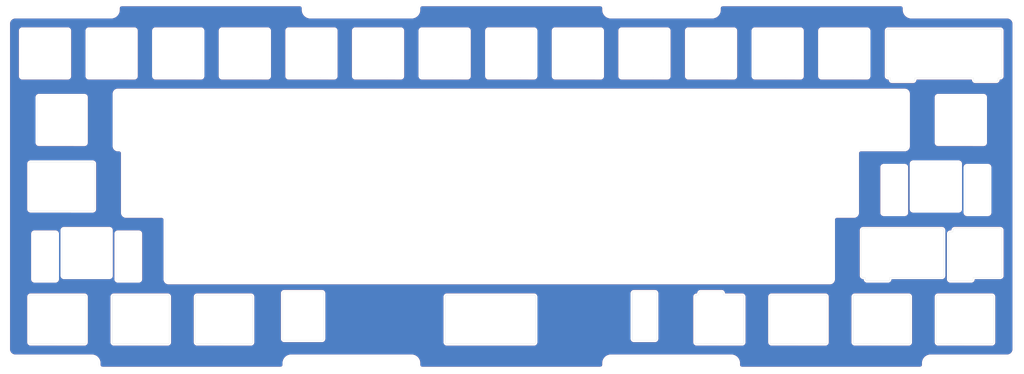
<source format=kicad_pcb>
(kicad_pcb (version 20200518) (host pcbnew "(5.99.0-1913-g40250c427)")
  (layers (0 "F.Cu" signal) (31 "B.Cu" signal) (34 "B.Paste" user) (35 "F.Paste" user) (36 "B.SilkS" user) (37 "F.SilkS" user) (38 "B.Mask" user) (39 "F.Mask" user) (44 "Edge.Cuts" user))
  (net 0 "")
  (module "acheron_MX_PlateSlots:MX150" (layer "F.Cu") (at 282.59425 64.35)
    (fp_text reference "REF**")
    (fp_text value "MX150")
    (fp_arc (start 6.5 6.5) (end 6.5 7) (angle -90) (layer "Edge.Cuts") (width 0.010007))
    (fp_line (start -7 -6.5) (end -7 6.490924) (layer "Edge.Cuts") (width 0.010007))
    (fp_arc (start 6.5 -6.5) (end 7 -6.5) (angle -90) (layer "Edge.Cuts") (width 0.010007))
    (fp_arc (start -6.5 -6.5) (end -6.5 -7) (angle -90) (layer "Edge.Cuts") (width 0.010007))
    (fp_line (start -6.5 6.990924) (end 6.5 7) (layer "Edge.Cuts") (width 0.010007))
    (fp_arc (start -6.5 6.490924) (end -7 6.490924) (angle -90) (layer "Edge.Cuts") (width 0.010007))
    (fp_line (start -6.5 -7) (end 6.5 -7) (layer "Edge.Cuts") (width 0.010007))
    (fp_line (start 7 -6.5) (end 7 6.5) (layer "Edge.Cuts") (width 0.010007))
  )
  (module "acheron_MX_PlateSlots:MX225" (layer "F.Cu") (at 275.4505 83.4)
    (fp_text reference "REF**")
    (fp_text value "MX225")
    (fp_line (start -7 -6.5) (end -7 6.5) (layer "Edge.Cuts") (width 0.010007))
    (fp_arc (start 6.5 -6.5) (end 7 -6.5) (angle -90) (layer "Edge.Cuts") (width 0.010007))
    (fp_arc (start -6.5 -6.5) (end -6.5 -7) (angle -90) (layer "Edge.Cuts") (width 0.010007))
    (fp_line (start -6.5 7) (end 6.5 7) (layer "Edge.Cuts") (width 0.010007))
    (fp_arc (start -6.5 6.5) (end -7 6.5) (angle -90) (layer "Edge.Cuts") (width 0.010007))
    (fp_line (start -6.5 -7) (end 6.5 -7) (layer "Edge.Cuts") (width 0.010007))
    (fp_arc (start 6.499672 6.500007) (end 6.499672 7.000007) (angle -90) (layer "Edge.Cuts") (width 0.010007))
    (fp_line (start 8.90625 -5.999992) (end 14.90625 -5.999992) (layer "Edge.Cuts") (width 0.010007))
    (fp_line (start 8.90625 8.000008) (end 14.90625 8.000008) (layer "Edge.Cuts") (width 0.010007))
    (fp_arc (start 14.90625 7.500008) (end 14.90625 8.000008) (angle -90) (layer "Edge.Cuts") (width 0.010007))
    (fp_line (start -14.90625 -6) (end -8.90625 -5.999992) (layer "Edge.Cuts") (width 0.010007))
    (fp_line (start -14.90625 8.000008) (end -8.90625 8.000008) (layer "Edge.Cuts") (width 0.010007))
    (fp_line (start -15.40625 -5.499992) (end -15.40625 7.500008) (layer "Edge.Cuts") (width 0.010007))
    (fp_line (start -8.40625 -5.499992) (end -8.40625 7.5) (layer "Edge.Cuts") (width 0.010007))
    (fp_line (start 8.40625 -5.499992) (end 8.40625 7.5) (layer "Edge.Cuts") (width 0.010007))
    (fp_line (start 15.40625 -5.499992) (end 15.40625 7.500008) (layer "Edge.Cuts") (width 0.010007))
    (fp_arc (start 8.90625 -5.5) (end 8.90625 -6) (angle -90) (layer "Edge.Cuts") (width 0.010007))
    (fp_arc (start 14.90625 -5.5) (end 15.40625 -5.5) (angle -90) (layer "Edge.Cuts") (width 0.010007))
    (fp_arc (start 8.90625 7.500008) (end 8.40625 7.500008) (angle -90) (layer "Edge.Cuts") (width 0.010007))
    (fp_arc (start -14.90625 -5.5) (end -14.90625 -6) (angle -90) (layer "Edge.Cuts") (width 0.010007))
    (fp_arc (start -8.90625 -5.5) (end -8.40625 -5.5) (angle -90) (layer "Edge.Cuts") (width 0.010007))
    (fp_arc (start -14.90625 7.500008) (end -15.40625 7.500008) (angle -90) (layer "Edge.Cuts") (width 0.010007))
    (fp_arc (start -8.90625 7.500008) (end -8.90625 8.000008) (angle -90) (layer "Edge.Cuts") (width 0.010007))
    (fp_line (start 6.999672 -6.499992) (end 6.999672 6.500007) (layer "Edge.Cuts") (width 0.010007))
  )
  (module "acheron_MX_PlateSlots:MX225" (layer "F.Cu") (at 32.563 102.45)
    (fp_text reference "REF**")
    (fp_text value "MX225")
    (fp_line (start 6.999672 -6.499992) (end 6.999672 6.500007) (layer "Edge.Cuts") (width 0.010007))
    (fp_arc (start -8.90625 7.500008) (end -8.90625 8.000008) (angle -90) (layer "Edge.Cuts") (width 0.010007))
    (fp_arc (start -14.90625 7.500008) (end -15.40625 7.500008) (angle -90) (layer "Edge.Cuts") (width 0.010007))
    (fp_arc (start -8.90625 -5.5) (end -8.40625 -5.5) (angle -90) (layer "Edge.Cuts") (width 0.010007))
    (fp_arc (start -14.90625 -5.5) (end -14.90625 -6) (angle -90) (layer "Edge.Cuts") (width 0.010007))
    (fp_arc (start 8.90625 7.500008) (end 8.40625 7.500008) (angle -90) (layer "Edge.Cuts") (width 0.010007))
    (fp_arc (start 14.90625 -5.5) (end 15.40625 -5.5) (angle -90) (layer "Edge.Cuts") (width 0.010007))
    (fp_arc (start 8.90625 -5.5) (end 8.90625 -6) (angle -90) (layer "Edge.Cuts") (width 0.010007))
    (fp_line (start 15.40625 -5.499992) (end 15.40625 7.500008) (layer "Edge.Cuts") (width 0.010007))
    (fp_line (start 8.40625 -5.499992) (end 8.40625 7.5) (layer "Edge.Cuts") (width 0.010007))
    (fp_line (start -8.40625 -5.499992) (end -8.40625 7.5) (layer "Edge.Cuts") (width 0.010007))
    (fp_line (start -15.40625 -5.499992) (end -15.40625 7.500008) (layer "Edge.Cuts") (width 0.010007))
    (fp_line (start -14.90625 8.000008) (end -8.90625 8.000008) (layer "Edge.Cuts") (width 0.010007))
    (fp_line (start -14.90625 -6) (end -8.90625 -5.999992) (layer "Edge.Cuts") (width 0.010007))
    (fp_arc (start 14.90625 7.500008) (end 14.90625 8.000008) (angle -90) (layer "Edge.Cuts") (width 0.010007))
    (fp_line (start 8.90625 8.000008) (end 14.90625 8.000008) (layer "Edge.Cuts") (width 0.010007))
    (fp_line (start 8.90625 -5.999992) (end 14.90625 -5.999992) (layer "Edge.Cuts") (width 0.010007))
    (fp_arc (start 6.499672 6.500007) (end 6.499672 7.000007) (angle -90) (layer "Edge.Cuts") (width 0.010007))
    (fp_line (start -6.5 -7) (end 6.5 -7) (layer "Edge.Cuts") (width 0.010007))
    (fp_arc (start -6.5 6.5) (end -7 6.5) (angle -90) (layer "Edge.Cuts") (width 0.010007))
    (fp_line (start -6.5 7) (end 6.5 7) (layer "Edge.Cuts") (width 0.010007))
    (fp_arc (start -6.5 -6.5) (end -6.5 -7) (angle -90) (layer "Edge.Cuts") (width 0.010007))
    (fp_arc (start 6.5 -6.5) (end 7 -6.5) (angle -90) (layer "Edge.Cuts") (width 0.010007))
    (fp_line (start -7 -6.5) (end -7 6.5) (layer "Edge.Cuts") (width 0.010007))
  )
  (module "acheron_MX_PlateSlots:MX150" (layer "F.Cu") (at 25.41925 64.35)
    (fp_text reference "REF**")
    (fp_text value "MX150")
    (fp_line (start 7 -6.5) (end 7 6.5) (layer "Edge.Cuts") (width 0.010007))
    (fp_line (start -6.5 -7) (end 6.5 -7) (layer "Edge.Cuts") (width 0.010007))
    (fp_arc (start -6.5 6.490924) (end -7 6.490924) (angle -90) (layer "Edge.Cuts") (width 0.010007))
    (fp_line (start -6.5 6.990924) (end 6.5 7) (layer "Edge.Cuts") (width 0.010007))
    (fp_arc (start -6.5 -6.5) (end -6.5 -7) (angle -90) (layer "Edge.Cuts") (width 0.010007))
    (fp_arc (start 6.5 -6.5) (end 7 -6.5) (angle -90) (layer "Edge.Cuts") (width 0.010007))
    (fp_line (start -7 -6.5) (end -7 6.490924) (layer "Edge.Cuts") (width 0.010007))
    (fp_arc (start 6.5 6.5) (end 6.5 7) (angle -90) (layer "Edge.Cuts") (width 0.010007))
  )
  (module "acheron_MX_PlateSlots:MX100" (layer "F.Cu") (at 249.25675 45.3)
    (fp_text reference "REF**")
    (fp_text value "MX100")
    (fp_arc (start 6.5 6.5) (end 6.5 7) (angle -90) (layer "Edge.Cuts") (width 0.010007))
    (fp_line (start -7 -6.5) (end -7 6.490924) (layer "Edge.Cuts") (width 0.010007))
    (fp_arc (start 6.5 -6.5) (end 7 -6.5) (angle -90) (layer "Edge.Cuts") (width 0.010007))
    (fp_arc (start -6.5 -6.5) (end -6.5 -7) (angle -90) (layer "Edge.Cuts") (width 0.010007))
    (fp_line (start -6.5 6.990924) (end 6.5 7) (layer "Edge.Cuts") (width 0.010007))
    (fp_arc (start -6.5 6.490924) (end -7 6.490924) (angle -90) (layer "Edge.Cuts") (width 0.010007))
    (fp_line (start -6.5 -7) (end 6.5 -7) (layer "Edge.Cuts") (width 0.010007))
    (fp_line (start 7 -6.5) (end 7 6.5) (layer "Edge.Cuts") (width 0.010007))
  )
  (module "acheron_MX_PlateSlots:MX100" (layer "F.Cu") (at 230.20675 45.3)
    (fp_text reference "REF**")
    (fp_text value "MX100")
    (fp_line (start 7 -6.5) (end 7 6.5) (layer "Edge.Cuts") (width 0.010007))
    (fp_line (start -6.5 -7) (end 6.5 -7) (layer "Edge.Cuts") (width 0.010007))
    (fp_arc (start -6.5 6.490924) (end -7 6.490924) (angle -90) (layer "Edge.Cuts") (width 0.010007))
    (fp_line (start -6.5 6.990924) (end 6.5 7) (layer "Edge.Cuts") (width 0.010007))
    (fp_arc (start -6.5 -6.5) (end -6.5 -7) (angle -90) (layer "Edge.Cuts") (width 0.010007))
    (fp_arc (start 6.5 -6.5) (end 7 -6.5) (angle -90) (layer "Edge.Cuts") (width 0.010007))
    (fp_line (start -7 -6.5) (end -7 6.490924) (layer "Edge.Cuts") (width 0.010007))
    (fp_arc (start 6.5 6.5) (end 6.5 7) (angle -90) (layer "Edge.Cuts") (width 0.010007))
  )
  (module "acheron_MX_PlateSlots:MX100" (layer "F.Cu") (at 173.05675 45.3)
    (fp_text reference "REF**")
    (fp_text value "MX100")
    (fp_line (start 7 -6.5) (end 7 6.5) (layer "Edge.Cuts") (width 0.010007))
    (fp_line (start -6.5 -7) (end 6.5 -7) (layer "Edge.Cuts") (width 0.010007))
    (fp_arc (start -6.5 6.490924) (end -7 6.490924) (angle -90) (layer "Edge.Cuts") (width 0.010007))
    (fp_line (start -6.5 6.990924) (end 6.5 7) (layer "Edge.Cuts") (width 0.010007))
    (fp_arc (start -6.5 -6.5) (end -6.5 -7) (angle -90) (layer "Edge.Cuts") (width 0.010007))
    (fp_arc (start 6.5 -6.5) (end 7 -6.5) (angle -90) (layer "Edge.Cuts") (width 0.010007))
    (fp_line (start -7 -6.5) (end -7 6.490924) (layer "Edge.Cuts") (width 0.010007))
    (fp_arc (start 6.5 6.5) (end 6.5 7) (angle -90) (layer "Edge.Cuts") (width 0.010007))
  )
  (module "acheron_MX_PlateSlots:MX100" (layer "F.Cu") (at 211.15675 45.3)
    (fp_text reference "REF**")
    (fp_text value "MX100")
    (fp_arc (start 6.5 6.5) (end 6.5 7) (angle -90) (layer "Edge.Cuts") (width 0.010007))
    (fp_line (start -7 -6.5) (end -7 6.490924) (layer "Edge.Cuts") (width 0.010007))
    (fp_arc (start 6.5 -6.5) (end 7 -6.5) (angle -90) (layer "Edge.Cuts") (width 0.010007))
    (fp_arc (start -6.5 -6.5) (end -6.5 -7) (angle -90) (layer "Edge.Cuts") (width 0.010007))
    (fp_line (start -6.5 6.990924) (end 6.5 7) (layer "Edge.Cuts") (width 0.010007))
    (fp_arc (start -6.5 6.490924) (end -7 6.490924) (angle -90) (layer "Edge.Cuts") (width 0.010007))
    (fp_line (start -6.5 -7) (end 6.5 -7) (layer "Edge.Cuts") (width 0.010007))
    (fp_line (start 7 -6.5) (end 7 6.5) (layer "Edge.Cuts") (width 0.010007))
  )
  (module "acheron_MX_PlateSlots:MX100" (layer "F.Cu") (at 192.10675 45.3)
    (fp_text reference "REF**")
    (fp_text value "MX100")
    (fp_arc (start 6.5 6.5) (end 6.5 7) (angle -90) (layer "Edge.Cuts") (width 0.010007))
    (fp_line (start -7 -6.5) (end -7 6.490924) (layer "Edge.Cuts") (width 0.010007))
    (fp_arc (start 6.5 -6.5) (end 7 -6.5) (angle -90) (layer "Edge.Cuts") (width 0.010007))
    (fp_arc (start -6.5 -6.5) (end -6.5 -7) (angle -90) (layer "Edge.Cuts") (width 0.010007))
    (fp_line (start -6.5 6.990924) (end 6.5 7) (layer "Edge.Cuts") (width 0.010007))
    (fp_arc (start -6.5 6.490924) (end -7 6.490924) (angle -90) (layer "Edge.Cuts") (width 0.010007))
    (fp_line (start -6.5 -7) (end 6.5 -7) (layer "Edge.Cuts") (width 0.010007))
    (fp_line (start 7 -6.5) (end 7 6.5) (layer "Edge.Cuts") (width 0.010007))
  )
  (module "acheron_MX_PlateSlots:MX100" (layer "F.Cu") (at 154.00675 45.3)
    (fp_text reference "REF**")
    (fp_text value "MX100")
    (fp_arc (start 6.5 6.5) (end 6.5 7) (angle -90) (layer "Edge.Cuts") (width 0.010007))
    (fp_line (start -7 -6.5) (end -7 6.490924) (layer "Edge.Cuts") (width 0.010007))
    (fp_arc (start 6.5 -6.5) (end 7 -6.5) (angle -90) (layer "Edge.Cuts") (width 0.010007))
    (fp_arc (start -6.5 -6.5) (end -6.5 -7) (angle -90) (layer "Edge.Cuts") (width 0.010007))
    (fp_line (start -6.5 6.990924) (end 6.5 7) (layer "Edge.Cuts") (width 0.010007))
    (fp_arc (start -6.5 6.490924) (end -7 6.490924) (angle -90) (layer "Edge.Cuts") (width 0.010007))
    (fp_line (start -6.5 -7) (end 6.5 -7) (layer "Edge.Cuts") (width 0.010007))
    (fp_line (start 7 -6.5) (end 7 6.5) (layer "Edge.Cuts") (width 0.010007))
  )
  (module "acheron_MX_PlateSlots:MX100" (layer "F.Cu") (at 115.90675 45.3)
    (fp_text reference "REF**")
    (fp_text value "MX100")
    (fp_line (start 7 -6.5) (end 7 6.5) (layer "Edge.Cuts") (width 0.010007))
    (fp_line (start -6.5 -7) (end 6.5 -7) (layer "Edge.Cuts") (width 0.010007))
    (fp_arc (start -6.5 6.490924) (end -7 6.490924) (angle -90) (layer "Edge.Cuts") (width 0.010007))
    (fp_line (start -6.5 6.990924) (end 6.5 7) (layer "Edge.Cuts") (width 0.010007))
    (fp_arc (start -6.5 -6.5) (end -6.5 -7) (angle -90) (layer "Edge.Cuts") (width 0.010007))
    (fp_arc (start 6.5 -6.5) (end 7 -6.5) (angle -90) (layer "Edge.Cuts") (width 0.010007))
    (fp_line (start -7 -6.5) (end -7 6.490924) (layer "Edge.Cuts") (width 0.010007))
    (fp_arc (start 6.5 6.5) (end 6.5 7) (angle -90) (layer "Edge.Cuts") (width 0.010007))
  )
  (module "acheron_MX_PlateSlots:MX100" (layer "F.Cu") (at 96.85675 45.3)
    (fp_text reference "REF**")
    (fp_text value "MX100")
    (fp_arc (start 6.5 6.5) (end 6.5 7) (angle -90) (layer "Edge.Cuts") (width 0.010007))
    (fp_line (start -7 -6.5) (end -7 6.490924) (layer "Edge.Cuts") (width 0.010007))
    (fp_arc (start 6.5 -6.5) (end 7 -6.5) (angle -90) (layer "Edge.Cuts") (width 0.010007))
    (fp_arc (start -6.5 -6.5) (end -6.5 -7) (angle -90) (layer "Edge.Cuts") (width 0.010007))
    (fp_line (start -6.5 6.990924) (end 6.5 7) (layer "Edge.Cuts") (width 0.010007))
    (fp_arc (start -6.5 6.490924) (end -7 6.490924) (angle -90) (layer "Edge.Cuts") (width 0.010007))
    (fp_line (start -6.5 -7) (end 6.5 -7) (layer "Edge.Cuts") (width 0.010007))
    (fp_line (start 7 -6.5) (end 7 6.5) (layer "Edge.Cuts") (width 0.010007))
  )
  (module "acheron_MX_PlateSlots:MX100" (layer "F.Cu") (at 134.95675 45.3)
    (fp_text reference "REF**")
    (fp_text value "MX100")
    (fp_line (start 7 -6.5) (end 7 6.5) (layer "Edge.Cuts") (width 0.010007))
    (fp_line (start -6.5 -7) (end 6.5 -7) (layer "Edge.Cuts") (width 0.010007))
    (fp_arc (start -6.5 6.490924) (end -7 6.490924) (angle -90) (layer "Edge.Cuts") (width 0.010007))
    (fp_line (start -6.5 6.990924) (end 6.5 7) (layer "Edge.Cuts") (width 0.010007))
    (fp_arc (start -6.5 -6.5) (end -6.5 -7) (angle -90) (layer "Edge.Cuts") (width 0.010007))
    (fp_arc (start 6.5 -6.5) (end 7 -6.5) (angle -90) (layer "Edge.Cuts") (width 0.010007))
    (fp_line (start -7 -6.5) (end -7 6.490924) (layer "Edge.Cuts") (width 0.010007))
    (fp_arc (start 6.5 6.5) (end 6.5 7) (angle -90) (layer "Edge.Cuts") (width 0.010007))
  )
  (module "acheron_MX_PlateSlots:MX100" (layer "F.Cu") (at 77.80675 45.3)
    (fp_text reference "REF**")
    (fp_text value "MX100")
    (fp_line (start 7 -6.5) (end 7 6.5) (layer "Edge.Cuts") (width 0.010007))
    (fp_line (start -6.5 -7) (end 6.5 -7) (layer "Edge.Cuts") (width 0.010007))
    (fp_arc (start -6.5 6.490924) (end -7 6.490924) (angle -90) (layer "Edge.Cuts") (width 0.010007))
    (fp_line (start -6.5 6.990924) (end 6.5 7) (layer "Edge.Cuts") (width 0.010007))
    (fp_arc (start -6.5 -6.5) (end -6.5 -7) (angle -90) (layer "Edge.Cuts") (width 0.010007))
    (fp_arc (start 6.5 -6.5) (end 7 -6.5) (angle -90) (layer "Edge.Cuts") (width 0.010007))
    (fp_line (start -7 -6.5) (end -7 6.490924) (layer "Edge.Cuts") (width 0.010007))
    (fp_arc (start 6.5 6.5) (end 6.5 7) (angle -90) (layer "Edge.Cuts") (width 0.010007))
  )
  (module "acheron_MX_PlateSlots:MX100" (layer "F.Cu") (at 58.75675 45.3)
    (fp_text reference "REF**")
    (fp_text value "MX100")
    (fp_arc (start 6.5 6.5) (end 6.5 7) (angle -90) (layer "Edge.Cuts") (width 0.010007))
    (fp_line (start -7 -6.5) (end -7 6.490924) (layer "Edge.Cuts") (width 0.010007))
    (fp_arc (start 6.5 -6.5) (end 7 -6.5) (angle -90) (layer "Edge.Cuts") (width 0.010007))
    (fp_arc (start -6.5 -6.5) (end -6.5 -7) (angle -90) (layer "Edge.Cuts") (width 0.010007))
    (fp_line (start -6.5 6.990924) (end 6.5 7) (layer "Edge.Cuts") (width 0.010007))
    (fp_arc (start -6.5 6.490924) (end -7 6.490924) (angle -90) (layer "Edge.Cuts") (width 0.010007))
    (fp_line (start -6.5 -7) (end 6.5 -7) (layer "Edge.Cuts") (width 0.010007))
    (fp_line (start 7 -6.5) (end 7 6.5) (layer "Edge.Cuts") (width 0.010007))
  )
  (module "acheron_MX_PlateSlots:MX100" (layer "F.Cu") (at 39.70675 45.3)
    (fp_text reference "REF**")
    (fp_text value "MX100")
    (fp_arc (start 6.5 6.5) (end 6.5 7) (angle -90) (layer "Edge.Cuts") (width 0.010007))
    (fp_line (start -7 -6.5) (end -7 6.490924) (layer "Edge.Cuts") (width 0.010007))
    (fp_arc (start 6.5 -6.5) (end 7 -6.5) (angle -90) (layer "Edge.Cuts") (width 0.010007))
    (fp_arc (start -6.5 -6.5) (end -6.5 -7) (angle -90) (layer "Edge.Cuts") (width 0.010007))
    (fp_line (start -6.5 6.990924) (end 6.5 7) (layer "Edge.Cuts") (width 0.010007))
    (fp_arc (start -6.5 6.490924) (end -7 6.490924) (angle -90) (layer "Edge.Cuts") (width 0.010007))
    (fp_line (start -6.5 -7) (end 6.5 -7) (layer "Edge.Cuts") (width 0.010007))
    (fp_line (start 7 -6.5) (end 7 6.5) (layer "Edge.Cuts") (width 0.010007))
  )
  (module "acheron_MX_PlateSlots:MX100" (layer "F.Cu") (at 20.65675 45.3)
    (fp_text reference "REF**")
    (fp_text value "MX100")
    (fp_line (start 7 -6.5) (end 7 6.5) (layer "Edge.Cuts") (width 0.010007))
    (fp_line (start -6.5 -7) (end 6.5 -7) (layer "Edge.Cuts") (width 0.010007))
    (fp_arc (start -6.5 6.490924) (end -7 6.490924) (angle -90) (layer "Edge.Cuts") (width 0.010007))
    (fp_line (start -6.5 6.990924) (end 6.5 7) (layer "Edge.Cuts") (width 0.010007))
    (fp_arc (start -6.5 -6.5) (end -6.5 -7) (angle -90) (layer "Edge.Cuts") (width 0.010007))
    (fp_arc (start 6.5 -6.5) (end 7 -6.5) (angle -90) (layer "Edge.Cuts") (width 0.010007))
    (fp_line (start -7 -6.5) (end -7 6.490924) (layer "Edge.Cuts") (width 0.010007))
    (fp_arc (start 6.5 6.5) (end 6.5 7) (angle -90) (layer "Edge.Cuts") (width 0.010007))
  )
  (gr_line (start 255.28175 109.950008) (end 255.28175 109.440924) (layer "Edge.Cuts") (width 0.05))
  (gr_line (start 262.28175 109.950008) (end 262.28175 109.450008) (layer "Edge.Cuts") (width 0.05))
  (gr_line (start 255.78175 110.450008) (end 261.78175 110.450008) (layer "Edge.Cuts") (width 0.05))
  (gr_line (start 254.663 109.440924) (end 255.28175 109.440924) (layer "Edge.Cuts") (width 0.05))
  (gr_line (start 277.188 109.45) (end 262.28175 109.450008) (layer "Edge.Cuts") (width 0.05))
  (gr_line (start 277.687671 95.950007) (end 277.688 108.95) (layer "Edge.Cuts") (width 0.05))
  (gr_line (start 254.663 95.45) (end 277.187999 95.450329) (layer "Edge.Cuts") (width 0.05))
  (gr_line (start 254.163 108.940924) (end 254.163 95.95) (layer "Edge.Cuts") (width 0.05))
  (gr_line (start 279.094251 109.950001) (end 279.09425 96.95) (layer "Edge.Cuts") (width 0.05))
  (gr_line (start 279.594251 110.450007) (end 285.59425 110.450008) (layer "Edge.Cuts") (width 0.05))
  (gr_line (start 286.09425 109.950008) (end 286.09425 109.450008) (layer "Edge.Cuts") (width 0.05))
  (gr_line (start 293.85675 109.45) (end 286.09425 109.450008) (layer "Edge.Cuts") (width 0.05))
  (gr_line (start 294.35675 95.95) (end 294.35675 108.95) (layer "Edge.Cuts") (width 0.05))
  (gr_line (start 280.85675 95.45) (end 293.85675 95.45) (layer "Edge.Cuts") (width 0.05))
  (gr_line (start 280.35675 95.95) (end 280.35675 96.45) (layer "Edge.Cuts") (width 0.05))
  (gr_line (start 279.59425 96.45) (end 280.35675 96.45) (layer "Edge.Cuts") (width 0.05))
  (gr_arc (start 285.59425 109.950008) (end 285.59425 110.450008) (angle -90) (layer "Edge.Cuts") (width 0.05))
  (gr_arc (start 279.59425 109.950008) (end 279.094251 109.950001) (angle -90.00091673) (layer "Edge.Cuts") (width 0.05))
  (gr_arc (start 279.59425 96.95) (end 279.59425 96.45) (angle -90) (layer "Edge.Cuts") (width 0.05))
  (gr_arc (start 280.85675 95.95) (end 280.85675 95.45) (angle -90) (layer "Edge.Cuts") (width 0.05))
  (gr_arc (start 293.85675 108.95) (end 293.85675 109.45) (angle -90) (layer "Edge.Cuts") (width 0.05))
  (gr_arc (start 293.85675 95.95) (end 294.35675 95.95) (angle -90) (layer "Edge.Cuts") (width 0.05))
  (gr_arc (start 277.188 95.95) (end 277.687671 95.950007) (angle -90.00091733) (layer "Edge.Cuts") (width 0.05))
  (gr_arc (start 277.188 108.95) (end 277.188 109.45) (angle -90) (layer "Edge.Cuts") (width 0.05))
  (gr_arc (start 261.78175 109.950008) (end 261.78175 110.450008) (angle -90) (layer "Edge.Cuts") (width 0.05))
  (gr_arc (start 255.78175 109.950008) (end 255.28175 109.950008) (angle -90) (layer "Edge.Cuts") (width 0.05))
  (gr_arc (start 254.663 108.940924) (end 254.163 108.940924) (angle -90) (layer "Edge.Cuts") (width 0.05))
  (gr_arc (start 254.663 95.95) (end 254.663 95.45) (angle -90) (layer "Edge.Cuts") (width 0.05))
  (gr_line (start 266.54425 55.85) (end 41.46925 55.85) (layer "Edge.Cuts") (width 0.01))
  (gr_arc (start 266.54425 56.85) (end 267.54425 56.85) (angle -90) (layer "Edge.Cuts") (width 0.01))
  (gr_line (start 267.54425 71.85) (end 267.54425 56.85) (layer "Edge.Cuts") (width 0.01))
  (gr_arc (start 54.01925 92.9) (end 55.01925 92.9) (angle -90) (layer "Edge.Cuts") (width 0.01))
  (gr_line (start 43.850499 91.9) (end 54.01925 91.9) (layer "Edge.Cuts") (width 0.01))
  (gr_arc (start 43.850499 90.9) (end 42.850499 90.9) (angle -90) (layer "Edge.Cuts") (width 0.01))
  (gr_line (start 42.8505 73.85) (end 42.850499 90.9) (layer "Edge.Cuts") (width 0.01))
  (gr_arc (start 41.8505 73.85) (end 42.8505 73.85) (angle -90) (layer "Edge.Cuts") (width 0.01))
  (gr_line (start 41.46925 72.85) (end 41.8505 72.85) (layer "Edge.Cuts") (width 0.01))
  (gr_arc (start 266.54425 71.85) (end 266.54425 72.85) (angle -90) (layer "Edge.Cuts") (width 0.01))
  (gr_line (start 253.99425 72.85) (end 266.54425 72.85) (layer "Edge.Cuts") (width 0.01))
  (gr_arc (start 253.994249 73.85) (end 253.99425 72.85) (angle -90) (layer "Edge.Cuts") (width 0.01))
  (gr_arc (start 247.113 92.9) (end 247.113 91.9) (angle -90) (layer "Edge.Cuts") (width 0.01))
  (gr_line (start 246.113 109.95) (end 246.113 92.9) (layer "Edge.Cuts") (width 0.01))
  (gr_arc (start 245.113 109.95) (end 245.113 110.95) (angle -90) (layer "Edge.Cuts") (width 0.01))
  (gr_line (start 56.01925 110.95) (end 245.113 110.95) (layer "Edge.Cuts") (width 0.01))
  (gr_arc (start 56.01925 109.95) (end 55.01925 109.95) (angle -90) (layer "Edge.Cuts") (width 0.01))
  (gr_line (start 55.01925 92.9) (end 55.01925 109.95) (layer "Edge.Cuts") (width 0.01))
  (gr_line (start 252.99425 90.9) (end 252.99425 73.85) (layer "Edge.Cuts") (width 0.01))
  (gr_arc (start 251.99425 90.9) (end 251.99425 91.9) (angle -90) (layer "Edge.Cuts") (width 0.01))
  (gr_line (start 247.113 91.9) (end 251.99425 91.9) (layer "Edge.Cuts") (width 0.01))
  (gr_arc (start 41.46925 71.85) (end 40.46925 71.85) (angle -90) (layer "Edge.Cuts") (width 0.01))
  (gr_line (start 40.46925 56.85) (end 40.46925 71.85) (layer "Edge.Cuts") (width 0.01))
  (gr_arc (start 41.46925 56.85) (end 41.46925 55.85) (angle -90) (layer "Edge.Cuts") (width 0.01))
  (gr_line (start 214.65675 113.999546) (end 214.65675 114.499546) (layer "Edge.Cuts") (width 0.05))
  (gr_line (start 220.038 114.5) (end 214.65675 114.499546) (layer "Edge.Cuts") (width 0.05))
  (gr_line (start 220.538 128) (end 220.538 115) (layer "Edge.Cuts") (width 0.05))
  (gr_line (start 207.038 128.490924) (end 220.038 128.5) (layer "Edge.Cuts") (width 0.05))
  (gr_line (start 206.538 115) (end 206.538 127.990924) (layer "Edge.Cuts") (width 0.05))
  (gr_line (start 208.15675 113.499546) (end 214.15675 113.499546) (layer "Edge.Cuts") (width 0.05))
  (gr_line (start 207.65675 113.999546) (end 207.65675 114.499546) (layer "Edge.Cuts") (width 0.05))
  (gr_line (start 207.038 114.5) (end 207.65675 114.5) (layer "Edge.Cuts") (width 0.05))
  (gr_arc (start 208.15675 113.999546) (end 208.15675 113.499546) (angle -90) (layer "Edge.Cuts") (width 0.05))
  (gr_arc (start 214.15675 113.999546) (end 214.65675 113.999546) (angle -90) (layer "Edge.Cuts") (width 0.05))
  (gr_arc (start 220.038 115) (end 220.538 115) (angle -90) (layer "Edge.Cuts") (width 0.05))
  (gr_arc (start 220.038 128) (end 220.038 128.5) (angle -90) (layer "Edge.Cuts") (width 0.05))
  (gr_arc (start 207.038 127.990924) (end 206.538 127.990924) (angle -90) (layer "Edge.Cuts") (width 0.05))
  (gr_arc (start 207.038 115) (end 207.038 114.5) (angle -90) (layer "Edge.Cuts") (width 0.05))
  (gr_line (start 188.60675 127) (end 188.60675 113.999992) (layer "Edge.Cuts") (width 0.05))
  (gr_line (start 195.10675 127.5) (end 189.10675 127.5) (layer "Edge.Cuts") (width 0.05))
  (gr_line (start 195.60675 114) (end 195.60675 126.999992) (layer "Edge.Cuts") (width 0.05))
  (gr_line (start 189.10675 113.499992) (end 195.10675 113.499992) (layer "Edge.Cuts") (width 0.05))
  (gr_arc (start 189.10675 127) (end 188.60675 127) (angle -90) (layer "Edge.Cuts") (width 0.05))
  (gr_arc (start 195.10675 127) (end 195.10675 127.5) (angle -90) (layer "Edge.Cuts") (width 0.05))
  (gr_arc (start 195.10675 113.999992) (end 195.60675 113.999992) (angle -90) (layer "Edge.Cuts") (width 0.05))
  (gr_arc (start 189.10675 113.999992) (end 189.10675 113.499992) (angle -90) (layer "Edge.Cuts") (width 0.05))
  (gr_line (start 160.50675 128.5) (end 135.600501 128.499671) (layer "Edge.Cuts") (width 0.05))
  (gr_line (start 161.00675 115) (end 161.00675 128) (layer "Edge.Cuts") (width 0.05))
  (gr_line (start 135.6005 114.5) (end 160.50675 114.5) (layer "Edge.Cuts") (width 0.05))
  (gr_line (start 135.100829 127.999993) (end 135.1005 115) (layer "Edge.Cuts") (width 0.05))
  (gr_arc (start 135.6005 128) (end 135.100829 127.999993) (angle -90.00091733) (layer "Edge.Cuts") (width 0.05))
  (gr_arc (start 160.50675 128) (end 160.50675 128.5) (angle -90) (layer "Edge.Cuts") (width 0.05))
  (gr_arc (start 160.50675 115) (end 161.00675 115) (angle -90) (layer "Edge.Cuts") (width 0.05))
  (gr_arc (start 135.600828 114.999993) (end 135.600828 114.499993) (angle -90) (layer "Edge.Cuts") (width 0.05))
  (gr_line (start 88.59425 114) (end 88.59425 127) (layer "Edge.Cuts") (width 0.05))
  (gr_line (start 99.85675 113.5) (end 89.09425 113.5) (layer "Edge.Cuts") (width 0.05))
  (gr_line (start 100.35675 127) (end 100.35675 114) (layer "Edge.Cuts") (width 0.05))
  (gr_line (start 89.09425 127.5) (end 99.85675 127.5) (layer "Edge.Cuts") (width 0.05))
  (gr_arc (start 89.09425 127) (end 88.59425 127) (angle -90) (layer "Edge.Cuts") (width 0.05))
  (gr_arc (start 99.85675 127) (end 99.85675 127.5) (angle -90) (layer "Edge.Cuts") (width 0.05))
  (gr_arc (start 99.85675 114) (end 100.35675 114) (angle -90) (layer "Edge.Cuts") (width 0.05))
  (gr_arc (start 89.09425 114) (end 89.09425 113.5) (angle -90) (layer "Edge.Cuts") (width 0.05))
  (gr_line (start 275.59425 115) (end 275.59425 127.990924) (layer "Edge.Cuts") (width 0.05))
  (gr_line (start 291.9755 128) (end 291.9755 115) (layer "Edge.Cuts") (width 0.05))
  (gr_arc (start 291.4755 128) (end 291.4755 128.5) (angle -90) (layer "Edge.Cuts") (width 0.05))
  (gr_line (start 291.4755 114.5) (end 276.09425 114.5) (layer "Edge.Cuts") (width 0.05))
  (gr_arc (start 276.09425 127.990924) (end 275.59425 127.990924) (angle -90) (layer "Edge.Cuts") (width 0.05))
  (gr_arc (start 276.09425 115) (end 276.09425 114.5) (angle -90) (layer "Edge.Cuts") (width 0.05))
  (gr_line (start 276.09425 128.490924) (end 291.4755 128.5) (layer "Edge.Cuts") (width 0.05))
  (gr_arc (start 291.4755 115) (end 291.9755 115) (angle -90) (layer "Edge.Cuts") (width 0.05))
  (gr_arc (start 252.28175 127.990924) (end 251.78175 127.990924) (angle -90) (layer "Edge.Cuts") (width 0.05))
  (gr_arc (start 267.663 115) (end 268.163 115) (angle -90) (layer "Edge.Cuts") (width 0.05))
  (gr_line (start 268.163 128) (end 268.163 115) (layer "Edge.Cuts") (width 0.05))
  (gr_line (start 252.28175 128.490924) (end 267.663 128.5) (layer "Edge.Cuts") (width 0.05))
  (gr_line (start 251.78175 115) (end 251.78175 127.990924) (layer "Edge.Cuts") (width 0.05))
  (gr_arc (start 252.28175 115) (end 252.28175 114.5) (angle -90) (layer "Edge.Cuts") (width 0.05))
  (gr_line (start 267.663 114.5) (end 252.28175 114.5) (layer "Edge.Cuts") (width 0.05))
  (gr_arc (start 267.663 128) (end 267.663 128.5) (angle -90) (layer "Edge.Cuts") (width 0.05))
  (gr_arc (start 228.46925 127.990924) (end 227.96925 127.990924) (angle -90) (layer "Edge.Cuts") (width 0.05))
  (gr_line (start 243.8505 114.5) (end 228.46925 114.5) (layer "Edge.Cuts") (width 0.05))
  (gr_arc (start 228.46925 115) (end 228.46925 114.5) (angle -90) (layer "Edge.Cuts") (width 0.05))
  (gr_arc (start 243.8505 128) (end 243.8505 128.5) (angle -90) (layer "Edge.Cuts") (width 0.05))
  (gr_arc (start 243.8505 115) (end 244.3505 115) (angle -90) (layer "Edge.Cuts") (width 0.05))
  (gr_line (start 227.96925 115) (end 227.96925 127.990924) (layer "Edge.Cuts") (width 0.05))
  (gr_line (start 228.46925 128.490924) (end 243.8505 128.5) (layer "Edge.Cuts") (width 0.05))
  (gr_line (start 244.3505 128) (end 244.3505 115) (layer "Edge.Cuts") (width 0.05))
  (gr_line (start 63.663 115) (end 63.663 127.990924) (layer "Edge.Cuts") (width 0.05))
  (gr_line (start 79.54425 114.5) (end 64.163 114.5) (layer "Edge.Cuts") (width 0.05))
  (gr_line (start 80.04425 128) (end 80.04425 115) (layer "Edge.Cuts") (width 0.05))
  (gr_arc (start 79.54425 128) (end 79.54425 128.5) (angle -90) (layer "Edge.Cuts") (width 0.05))
  (gr_arc (start 79.54425 115) (end 80.04425 115) (angle -90) (layer "Edge.Cuts") (width 0.05))
  (gr_arc (start 64.163 115) (end 64.163 114.5) (angle -90) (layer "Edge.Cuts") (width 0.05))
  (gr_arc (start 64.163 127.990924) (end 63.663 127.990924) (angle -90) (layer "Edge.Cuts") (width 0.05))
  (gr_line (start 64.163 128.490924) (end 79.54425 128.5) (layer "Edge.Cuts") (width 0.05))
  (gr_arc (start 55.73175 128) (end 55.73175 128.5) (angle -90) (layer "Edge.Cuts") (width 0.05))
  (gr_line (start 56.23175 128) (end 56.23175 115) (layer "Edge.Cuts") (width 0.05))
  (gr_arc (start 40.3505 115) (end 40.3505 114.5) (angle -90) (layer "Edge.Cuts") (width 0.05))
  (gr_arc (start 40.3505 127.990924) (end 39.8505 127.990924) (angle -90) (layer "Edge.Cuts") (width 0.05))
  (gr_arc (start 55.73175 115) (end 56.23175 115) (angle -90) (layer "Edge.Cuts") (width 0.05))
  (gr_line (start 40.3505 128.490924) (end 55.73175 128.5) (layer "Edge.Cuts") (width 0.05))
  (gr_line (start 55.73175 114.5) (end 40.3505 114.5) (layer "Edge.Cuts") (width 0.05))
  (gr_line (start 39.8505 115) (end 39.8505 127.990924) (layer "Edge.Cuts") (width 0.05))
  (gr_line (start 32.41925 128) (end 32.41925 115) (layer "Edge.Cuts") (width 0.05))
  (gr_line (start 16.538 128.490924) (end 31.91925 128.5) (layer "Edge.Cuts") (width 0.05))
  (gr_line (start 16.038 115) (end 16.038 127.990924) (layer "Edge.Cuts") (width 0.05))
  (gr_line (start 31.91925 114.5) (end 16.538 114.5) (layer "Edge.Cuts") (width 0.05))
  (gr_arc (start 31.91925 115) (end 32.41925 115) (angle -90) (layer "Edge.Cuts") (width 0.05))
  (gr_arc (start 31.91925 128) (end 31.91925 128.5) (angle -90) (layer "Edge.Cuts") (width 0.05))
  (gr_arc (start 16.538 127.990924) (end 16.038 127.990924) (angle -90) (layer "Edge.Cuts") (width 0.05))
  (gr_arc (start 16.538 115) (end 16.538 114.5) (angle -90) (layer "Edge.Cuts") (width 0.05))
  (gr_line (start 88.05675 135.499999) (end 37.05675 135.499999) (layer "Edge.Cuts") (width 0.01))
  (gr_arc (start 88.05675 134.499999) (end 88.05675 135.499999) (angle -90) (layer "Edge.Cuts") (width 0.01))
  (gr_line (start 89.05675 133.999999) (end 89.05675 134.499999) (layer "Edge.Cuts") (width 0.01))
  (gr_arc (start 39.55675 32.8) (end 39.55675 34.8) (angle -90) (layer "Edge.Cuts") (width 0.01))
  (gr_line (start 12.15675 34.8) (end 39.55675 34.8) (layer "Edge.Cuts") (width 0.01))
  (gr_arc (start 12.156749 36.8) (end 12.15675 34.8) (angle -90) (layer "Edge.Cuts") (width 0.01))
  (gr_line (start 10.156749 130) (end 10.15675 36.8) (layer "Edge.Cuts") (width 0.01))
  (gr_arc (start 273.95675 133.999999) (end 273.95675 132) (angle -90) (layer "Edge.Cuts") (width 0.01))
  (gr_line (start 295.85675 132) (end 273.95675 132) (layer "Edge.Cuts") (width 0.01))
  (gr_arc (start 295.85675 130) (end 295.85675 132) (angle -90) (layer "Edge.Cuts") (width 0.01))
  (gr_line (start 297.85675 36.8) (end 297.85675 130) (layer "Edge.Cuts") (width 0.01))
  (gr_arc (start 182.50675 133.999999) (end 182.50675 132) (angle -90) (layer "Edge.Cuts") (width 0.01))
  (gr_line (start 216.95675 132) (end 182.50675 132) (layer "Edge.Cuts") (width 0.01))
  (gr_arc (start 216.95675 133.999999) (end 218.95675 133.999999) (angle -90) (layer "Edge.Cuts") (width 0.01))
  (gr_line (start 218.95675 134.499999) (end 218.95675 133.999999) (layer "Edge.Cuts") (width 0.01))
  (gr_arc (start 125.50675 32.8) (end 125.50675 34.8) (angle -90) (layer "Edge.Cuts") (width 0.01))
  (gr_line (start 96.55675 34.8) (end 125.50675 34.8) (layer "Edge.Cuts") (width 0.01))
  (gr_arc (start 96.55675 32.8) (end 94.55675 32.8) (angle -90) (layer "Edge.Cuts") (width 0.01))
  (gr_line (start 94.55675 32.3) (end 94.55675 32.8) (layer "Edge.Cuts") (width 0.01))
  (gr_arc (start 219.95675 134.499999) (end 218.95675 134.499999) (angle -90) (layer "Edge.Cuts") (width 0.01))
  (gr_line (start 270.95675 135.499999) (end 219.95675 135.499999) (layer "Edge.Cuts") (width 0.01))
  (gr_arc (start 270.95675 134.499999) (end 270.95675 135.499999) (angle -90) (layer "Edge.Cuts") (width 0.01))
  (gr_line (start 271.95675 133.999999) (end 271.95675 134.499999) (layer "Edge.Cuts") (width 0.01))
  (gr_arc (start 91.05675 133.999999) (end 91.05675 132) (angle -90) (layer "Edge.Cuts") (width 0.01))
  (gr_line (start 125.50675 132) (end 91.05675 132) (layer "Edge.Cuts") (width 0.01))
  (gr_arc (start 125.50675 133.999999) (end 127.50675 133.999999) (angle -90) (layer "Edge.Cuts") (width 0.01))
  (gr_line (start 127.50675 134.499999) (end 127.50675 133.999999) (layer "Edge.Cuts") (width 0.01))
  (gr_arc (start 295.85675 36.8) (end 297.85675 36.8) (angle -90) (layer "Edge.Cuts") (width 0.01))
  (gr_line (start 268.45675 34.8) (end 295.85675 34.8) (layer "Edge.Cuts") (width 0.01))
  (gr_arc (start 268.45675 32.8) (end 266.45675 32.8) (angle -90) (layer "Edge.Cuts") (width 0.01))
  (gr_line (start 266.45675 32.3) (end 266.45675 32.8) (layer "Edge.Cuts") (width 0.01))
  (gr_arc (start 93.55675 32.3) (end 94.55675 32.3) (angle -90) (layer "Edge.Cuts") (width 0.01))
  (gr_line (start 42.55675 31.3) (end 93.55675 31.3) (layer "Edge.Cuts") (width 0.01))
  (gr_arc (start 42.55675 32.3) (end 42.55675 31.3) (angle -90) (layer "Edge.Cuts") (width 0.01))
  (gr_line (start 41.55675 32.8) (end 41.55675 32.3) (layer "Edge.Cuts") (width 0.01))
  (gr_arc (start 12.156749 130) (end 10.156749 130) (angle -90) (layer "Edge.Cuts") (width 0.01))
  (gr_line (start 34.056749 132) (end 12.156749 132) (layer "Edge.Cuts") (width 0.01))
  (gr_arc (start 34.056749 133.999999) (end 36.056749 133.999999) (angle -90) (layer "Edge.Cuts") (width 0.01))
  (gr_line (start 36.05675 134.499999) (end 36.056749 133.999999) (layer "Edge.Cuts") (width 0.01))
  (gr_arc (start 179.506749 32.3) (end 180.50675 32.3) (angle -90) (layer "Edge.Cuts") (width 0.01))
  (gr_line (start 128.50675 31.3) (end 179.50675 31.3) (layer "Edge.Cuts") (width 0.01))
  (gr_arc (start 128.50675 32.3) (end 128.50675 31.3) (angle -90) (layer "Edge.Cuts") (width 0.01))
  (gr_line (start 127.50675 32.8) (end 127.50675 32.3) (layer "Edge.Cuts") (width 0.01))
  (gr_arc (start 128.506749 134.499999) (end 127.50675 134.499999) (angle -90) (layer "Edge.Cuts") (width 0.01))
  (gr_line (start 179.50675 135.499999) (end 128.50675 135.499999) (layer "Edge.Cuts") (width 0.01))
  (gr_arc (start 179.506749 134.499999) (end 179.50675 135.499999) (angle -90) (layer "Edge.Cuts") (width 0.01))
  (gr_line (start 180.50675 133.999999) (end 180.50675 134.499999) (layer "Edge.Cuts") (width 0.01))
  (gr_arc (start 265.45675 32.3) (end 266.45675 32.3) (angle -90) (layer "Edge.Cuts") (width 0.01))
  (gr_line (start 214.45675 31.3) (end 265.45675 31.3) (layer "Edge.Cuts") (width 0.01))
  (gr_arc (start 214.45675 32.3) (end 214.45675 31.3) (angle -90) (layer "Edge.Cuts") (width 0.01))
  (gr_line (start 213.45675 32.8) (end 213.45675 32.3) (layer "Edge.Cuts") (width 0.01))
  (gr_arc (start 37.05675 134.499999) (end 36.05675 134.499999) (angle -90) (layer "Edge.Cuts") (width 0.01))
  (gr_arc (start 211.45675 32.8) (end 211.45675 34.8) (angle -90) (layer "Edge.Cuts") (width 0.01))
  (gr_line (start 182.50675 34.8) (end 211.45675 34.8) (layer "Edge.Cuts") (width 0.01))
  (gr_arc (start 182.50675 32.8) (end 180.50675 32.8) (angle -90) (layer "Edge.Cuts") (width 0.01))
  (gr_line (start 180.50675 32.3) (end 180.50675 32.8) (layer "Edge.Cuts") (width 0.01))
  (gr_line (start 16.038 89.890925) (end 16.038 76.9) (layer "Edge.Cuts") (width 0.05))
  (gr_line (start 34.300502 90.4) (end 16.538001 90.390924) (layer "Edge.Cuts") (width 0.05))
  (gr_line (start 34.8005 76.9) (end 34.8005 89.899998) (layer "Edge.Cuts") (width 0.05))
  (gr_line (start 16.538 76.4) (end 34.300498 76.4) (layer "Edge.Cuts") (width 0.05))
  (gr_arc (start 34.3005 76.9) (end 34.8005 76.899998) (angle -90) (layer "Edge.Cuts") (width 0.05))
  (gr_arc (start 34.3005 89.9) (end 34.300502 90.4) (angle -90) (layer "Edge.Cuts") (width 0.05))
  (gr_arc (start 16.538 89.890924) (end 16.038 89.890925) (angle -90) (layer "Edge.Cuts") (width 0.05))
  (gr_arc (start 16.538 76.9) (end 16.538 76.4) (angle -90) (layer "Edge.Cuts") (width 0.05))
  (gr_line (start 293.85675 38.3) (end 261.80675 38.3) (layer "Edge.Cuts") (width 0.05))
  (gr_arc (start 293.85675 38.8) (end 294.35675 38.8) (angle -90) (layer "Edge.Cuts") (width 0.05))
  (gr_line (start 294.35675 51.8) (end 294.35675 38.8) (layer "Edge.Cuts") (width 0.05))
  (gr_arc (start 293.85675 51.8) (end 293.85675 52.3) (angle -90) (layer "Edge.Cuts") (width 0.05))
  (gr_line (start 293.238 52.300008) (end 293.85675 52.300008) (layer "Edge.Cuts") (width 0.05))
  (gr_line (start 293.238 52.800008) (end 293.238 52.300008) (layer "Edge.Cuts") (width 0.05))
  (gr_arc (start 292.738 52.800008) (end 292.738 53.300008) (angle -90) (layer "Edge.Cuts") (width 0.05))
  (gr_line (start 286.738 53.300008) (end 292.738 53.300008) (layer "Edge.Cuts") (width 0.05))
  (gr_arc (start 286.738 52.800008) (end 286.238 52.800008) (angle -90) (layer "Edge.Cuts") (width 0.05))
  (gr_line (start 286.238 52.300008) (end 286.238 52.800008) (layer "Edge.Cuts") (width 0.05))
  (gr_line (start 269.4255 52.3) (end 286.238 52.300008) (layer "Edge.Cuts") (width 0.05))
  (gr_line (start 269.4255 52.800008) (end 269.4255 52.3) (layer "Edge.Cuts") (width 0.05))
  (gr_arc (start 268.9255 52.800008) (end 268.9255 53.300008) (angle -90) (layer "Edge.Cuts") (width 0.05))
  (gr_line (start 262.9255 53.300008) (end 268.9255 53.300008) (layer "Edge.Cuts") (width 0.05))
  (gr_arc (start 262.9255 52.800008) (end 262.4255 52.800008) (angle -90) (layer "Edge.Cuts") (width 0.05))
  (gr_line (start 262.4255 52.290924) (end 262.4255 52.800008) (layer "Edge.Cuts") (width 0.05))
  (gr_line (start 261.80675 52.290924) (end 262.4255 52.290924) (layer "Edge.Cuts") (width 0.05))
  (gr_arc (start 261.80675 51.790924) (end 261.30675 51.790924) (angle -90) (layer "Edge.Cuts") (width 0.05))
  (gr_line (start 261.30675 38.8) (end 261.30675 51.790924) (layer "Edge.Cuts") (width 0.05))
  (gr_arc (start 261.80675 38.8) (end 261.80675 38.3) (angle -90) (layer "Edge.Cuts") (width 0.05))
  (zone (net 0) (net_name "") (layer "F.Cu") (connect_pads (clearance 0.5)) (min_thickness 0.15) (fill yes (thermal_gap 0.508) (thermal_bridge_width 0.508))
    (polygon (pts (xy 297.85675 135.499999) (xy 10.156749 135.499999) (xy 10.156749 31.3) (xy 297.85675 31.3)))
  )
  (zone (net 0) (net_name "") (layer "B.Cu") (connect_pads (clearance 0.5)) (min_thickness 0.15) (fill yes (thermal_gap 0.508) (thermal_bridge_width 0.508))
    (polygon (pts (xy 297.85675 135.499999) (xy 10.156749 135.499999) (xy 10.15675 31.3) (xy 297.85675 31.3)))
  )
)
</source>
